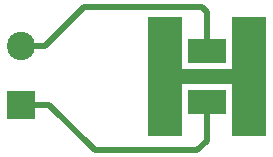
<source format=gbr>
G04 #@! TF.GenerationSoftware,KiCad,Pcbnew,(5.1.7)-1*
G04 #@! TF.CreationDate,2020-10-18T10:59:17+11:00*
G04 #@! TF.ProjectId,LED,4c45442e-6b69-4636-9164-5f7063625858,rev?*
G04 #@! TF.SameCoordinates,Original*
G04 #@! TF.FileFunction,Copper,L1,Top*
G04 #@! TF.FilePolarity,Positive*
%FSLAX46Y46*%
G04 Gerber Fmt 4.6, Leading zero omitted, Abs format (unit mm)*
G04 Created by KiCad (PCBNEW (5.1.7)-1) date 2020-10-18 10:59:17*
%MOMM*%
%LPD*%
G01*
G04 APERTURE LIST*
G04 #@! TA.AperFunction,ComponentPad*
%ADD10R,2.400000X2.400000*%
G04 #@! TD*
G04 #@! TA.AperFunction,ComponentPad*
%ADD11C,2.400000*%
G04 #@! TD*
G04 #@! TA.AperFunction,SMDPad,CuDef*
%ADD12C,0.100000*%
G04 #@! TD*
G04 #@! TA.AperFunction,SMDPad,CuDef*
%ADD13R,3.300000X2.000000*%
G04 #@! TD*
G04 #@! TA.AperFunction,ComponentPad*
%ADD14C,0.300000*%
G04 #@! TD*
G04 #@! TA.AperFunction,Conductor*
%ADD15C,0.500000*%
G04 #@! TD*
G04 APERTURE END LIST*
D10*
X41430000Y-39380000D03*
D11*
X41430000Y-34380000D03*
G04 #@! TA.AperFunction,SMDPad,CuDef*
D12*
G36*
X59350000Y-42000000D02*
G01*
X59350000Y-37650000D01*
X55050000Y-37650000D01*
X55050000Y-42000000D01*
X52200000Y-42000000D01*
X52200000Y-32000000D01*
X55050000Y-32000000D01*
X55050000Y-36350000D01*
X59350000Y-36350000D01*
X59350000Y-32000000D01*
X62200000Y-32000000D01*
X62200000Y-42000000D01*
X59350000Y-42000000D01*
G37*
G04 #@! TD.AperFunction*
D13*
X57200000Y-34850000D03*
X57200000Y-39150000D03*
D14*
X57200000Y-37317500D03*
X57200000Y-36682500D03*
X56565000Y-36682500D03*
X56565000Y-37317500D03*
X57835000Y-36682500D03*
X57835000Y-37317500D03*
X58470000Y-36682500D03*
X58470000Y-37317500D03*
X59105000Y-36682500D03*
X59105000Y-37317500D03*
X55930000Y-36682500D03*
X55930000Y-37317500D03*
X55295000Y-36682500D03*
X55295000Y-37317500D03*
D15*
X57200000Y-39150000D02*
X57200000Y-42440000D01*
X57200000Y-42440000D02*
X56390000Y-43250000D01*
X56390000Y-43250000D02*
X47680000Y-43250000D01*
X43810000Y-39380000D02*
X41430000Y-39380000D01*
X47680000Y-43250000D02*
X43810000Y-39380000D01*
X57200000Y-34850000D02*
X57200000Y-31520000D01*
X57200000Y-31520000D02*
X56770000Y-31090000D01*
X56770000Y-31090000D02*
X46810000Y-31090000D01*
X43520000Y-34380000D02*
X41430000Y-34380000D01*
X46810000Y-31090000D02*
X43520000Y-34380000D01*
M02*

</source>
